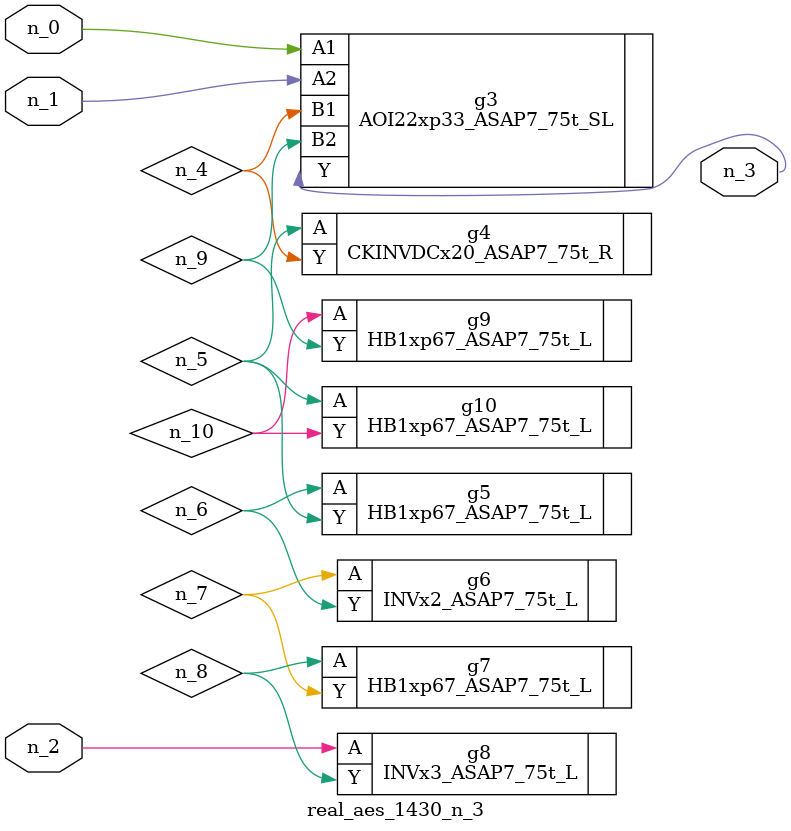
<source format=v>
module real_aes_1430_n_3 (n_0, n_2, n_1, n_3);
input n_0;
input n_2;
input n_1;
output n_3;
wire n_4;
wire n_5;
wire n_7;
wire n_9;
wire n_6;
wire n_8;
wire n_10;
AOI22xp33_ASAP7_75t_SL g3 ( .A1(n_0), .A2(n_1), .B1(n_4), .B2(n_9), .Y(n_3) );
INVx3_ASAP7_75t_L g8 ( .A(n_2), .Y(n_8) );
CKINVDCx20_ASAP7_75t_R g4 ( .A(n_5), .Y(n_4) );
HB1xp67_ASAP7_75t_L g10 ( .A(n_5), .Y(n_10) );
HB1xp67_ASAP7_75t_L g5 ( .A(n_6), .Y(n_5) );
INVx2_ASAP7_75t_L g6 ( .A(n_7), .Y(n_6) );
HB1xp67_ASAP7_75t_L g7 ( .A(n_8), .Y(n_7) );
HB1xp67_ASAP7_75t_L g9 ( .A(n_10), .Y(n_9) );
endmodule
</source>
